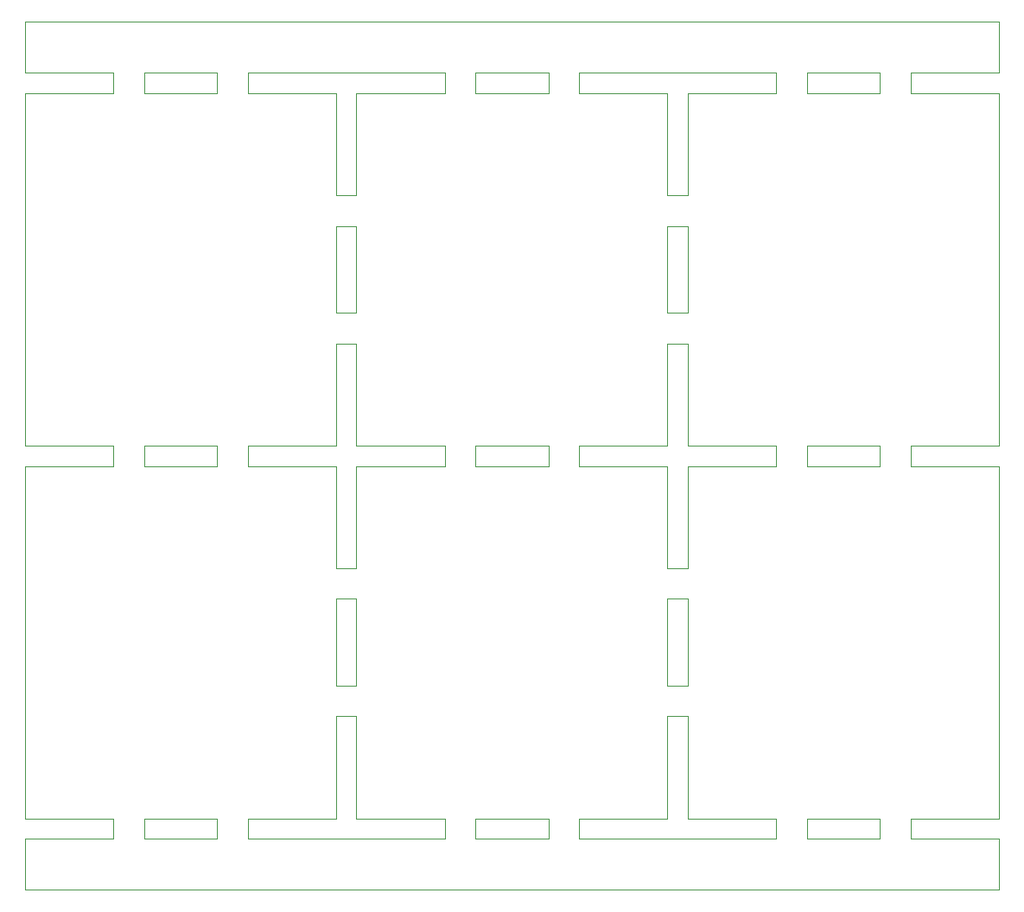
<source format=gbr>
%TF.GenerationSoftware,KiCad,Pcbnew,8.0.4*%
%TF.CreationDate,2024-08-17T22:53:07+02:00*%
%TF.ProjectId,,58585858-5858-4585-9858-585858585858,rev?*%
%TF.SameCoordinates,Original*%
%TF.FileFunction,Profile,NP*%
%FSLAX46Y46*%
G04 Gerber Fmt 4.6, Leading zero omitted, Abs format (unit mm)*
G04 Created by KiCad (PCBNEW 8.0.4) date 2024-08-17 22:53:07*
%MOMM*%
%LPD*%
G01*
G04 APERTURE LIST*
%TA.AperFunction,Profile*%
%ADD10C,0.100000*%
%TD*%
G04 APERTURE END LIST*
D10*
X132259000Y-73559166D02*
X131260000Y-73559166D01*
X163740000Y-88073833D02*
X164739000Y-88073833D01*
X132261000Y-40015166D02*
X133260000Y-40015166D01*
X122600000Y-100089500D02*
X122600000Y-98088500D01*
X152080000Y-98088500D02*
X152080000Y-100089500D01*
X144920000Y-27000500D02*
X144920000Y-25000000D01*
X141920000Y-98088500D02*
X141920000Y-100089500D01*
X131260000Y-61544500D02*
X131260000Y-51529833D01*
X152080000Y-62545500D02*
X152080000Y-63544500D01*
X177400000Y-62545500D02*
X177400000Y-62543500D01*
X132259000Y-51529833D02*
X132261000Y-51529833D01*
X155080000Y-62545500D02*
X155080000Y-62543500D01*
X100780000Y-25000000D02*
X109440000Y-25000000D01*
X141920000Y-62543500D02*
X141920000Y-62545500D01*
X132261000Y-48529833D02*
X132259000Y-48529833D01*
X141920000Y-63544500D02*
X133260000Y-63544500D01*
X133260000Y-63544500D02*
X133260000Y-73559166D01*
X112440000Y-100089500D02*
X112440000Y-98088500D01*
X177400000Y-63544500D02*
X177400000Y-62545500D01*
X164741000Y-40015166D02*
X165740000Y-40015166D01*
X187560000Y-25000000D02*
X196220000Y-25000000D01*
X132261000Y-88073833D02*
X133260000Y-88073833D01*
X144920000Y-98088500D02*
X152080000Y-98088500D01*
X164741000Y-37015166D02*
X164739000Y-37015166D01*
X164739000Y-37015166D02*
X163740000Y-37015166D01*
X164739000Y-40015166D02*
X164741000Y-40015166D01*
X165740000Y-76559166D02*
X165740000Y-85073833D01*
X132259000Y-40015166D02*
X132261000Y-40015166D01*
X163740000Y-48529833D02*
X163740000Y-40015166D01*
X187560000Y-62543500D02*
X187560000Y-61544500D01*
X133260000Y-88073833D02*
X133260000Y-98088500D01*
X184560000Y-62543500D02*
X184560000Y-62545500D01*
X122600000Y-63544500D02*
X122600000Y-62545500D01*
X174400000Y-98088500D02*
X174400000Y-100089500D01*
X187560000Y-100089500D02*
X187560000Y-98088500D01*
X196220000Y-25000000D02*
X196220000Y-20000000D01*
X109440000Y-100089500D02*
X100780000Y-100089500D01*
X131260000Y-27000500D02*
X122600000Y-27000500D01*
X133260000Y-48529833D02*
X132261000Y-48529833D01*
X163740000Y-63544500D02*
X155080000Y-63544500D01*
X132261000Y-51529833D02*
X133260000Y-51529833D01*
X131260000Y-63544500D02*
X122600000Y-63544500D01*
X131260000Y-85073833D02*
X131260000Y-76559166D01*
X184560000Y-98088500D02*
X184560000Y-100089500D01*
X119600000Y-27000500D02*
X112440000Y-27000500D01*
X165740000Y-88073833D02*
X165740000Y-98088500D01*
X163740000Y-27000500D02*
X155080000Y-27000500D01*
X100780000Y-100089500D02*
X100780000Y-105089500D01*
X109440000Y-98088500D02*
X109440000Y-100089500D01*
X109440000Y-61544500D02*
X109440000Y-62543500D01*
X164739000Y-73559166D02*
X163740000Y-73559166D01*
X174400000Y-62543500D02*
X174400000Y-62545500D01*
X164739000Y-76559166D02*
X164741000Y-76559166D01*
X164739000Y-88073833D02*
X164741000Y-88073833D01*
X196220000Y-98088500D02*
X196220000Y-63544500D01*
X196220000Y-63544500D02*
X187560000Y-63544500D01*
X164741000Y-85073833D02*
X164739000Y-85073833D01*
X184560000Y-61544500D02*
X184560000Y-62543500D01*
X164741000Y-88073833D02*
X165740000Y-88073833D01*
X100780000Y-61544500D02*
X109440000Y-61544500D01*
X141920000Y-25000000D02*
X141920000Y-27000500D01*
X177400000Y-27000500D02*
X177400000Y-25000000D01*
X163740000Y-76559166D02*
X164739000Y-76559166D01*
X196220000Y-105089500D02*
X196220000Y-100089500D01*
X152080000Y-100089500D02*
X144920000Y-100089500D01*
X119600000Y-61544500D02*
X119600000Y-62543500D01*
X144920000Y-63544500D02*
X144920000Y-62545500D01*
X119600000Y-25000000D02*
X119600000Y-27000500D01*
X155080000Y-62543500D02*
X155080000Y-61544500D01*
X122600000Y-62545500D02*
X122600000Y-62543500D01*
X132261000Y-73559166D02*
X132259000Y-73559166D01*
X184560000Y-63544500D02*
X177400000Y-63544500D01*
X187560000Y-98088500D02*
X196220000Y-98088500D01*
X174400000Y-25000000D02*
X174400000Y-27000500D01*
X132259000Y-48529833D02*
X131260000Y-48529833D01*
X165740000Y-98088500D02*
X174400000Y-98088500D01*
X174400000Y-61544500D02*
X174400000Y-62543500D01*
X174400000Y-100089500D02*
X155080000Y-100089500D01*
X152080000Y-27000500D02*
X144920000Y-27000500D01*
X141920000Y-62545500D02*
X141920000Y-63544500D01*
X131260000Y-73559166D02*
X131260000Y-63544500D01*
X174400000Y-62545500D02*
X174400000Y-63544500D01*
X187560000Y-63544500D02*
X187560000Y-62545500D01*
X100780000Y-105089500D02*
X196220000Y-105089500D01*
X144920000Y-62545500D02*
X144920000Y-62543500D01*
X133260000Y-27000500D02*
X133260000Y-37015166D01*
X112440000Y-27000500D02*
X112440000Y-25000000D01*
X165740000Y-51529833D02*
X165740000Y-61544500D01*
X184560000Y-25000000D02*
X184560000Y-27000500D01*
X155080000Y-63544500D02*
X155080000Y-62545500D01*
X132261000Y-85073833D02*
X132259000Y-85073833D01*
X177400000Y-100089500D02*
X177400000Y-98088500D01*
X119600000Y-62545500D02*
X119600000Y-63544500D01*
X177400000Y-61544500D02*
X184560000Y-61544500D01*
X155080000Y-61544500D02*
X163740000Y-61544500D01*
X177400000Y-62543500D02*
X177400000Y-61544500D01*
X163740000Y-51529833D02*
X164739000Y-51529833D01*
X184560000Y-100089500D02*
X177400000Y-100089500D01*
X109440000Y-62545500D02*
X109440000Y-63544500D01*
X131260000Y-37015166D02*
X131260000Y-27000500D01*
X131260000Y-40015166D02*
X132259000Y-40015166D01*
X132259000Y-88073833D02*
X132261000Y-88073833D01*
X174400000Y-27000500D02*
X165740000Y-27000500D01*
X131260000Y-76559166D02*
X132259000Y-76559166D01*
X112440000Y-98088500D02*
X119600000Y-98088500D01*
X133260000Y-37015166D02*
X132261000Y-37015166D01*
X144920000Y-25000000D02*
X152080000Y-25000000D01*
X131260000Y-48529833D02*
X131260000Y-40015166D01*
X100780000Y-63544500D02*
X100780000Y-98088500D01*
X122600000Y-98088500D02*
X131260000Y-98088500D01*
X109440000Y-27000500D02*
X100780000Y-27000500D01*
X132259000Y-85073833D02*
X131260000Y-85073833D01*
X144920000Y-61544500D02*
X152080000Y-61544500D01*
X152080000Y-62543500D02*
X152080000Y-62545500D01*
X164741000Y-48529833D02*
X164739000Y-48529833D01*
X187560000Y-62545500D02*
X187560000Y-62543500D01*
X112440000Y-62543500D02*
X112440000Y-61544500D01*
X165740000Y-40015166D02*
X165740000Y-48529833D01*
X165740000Y-73559166D02*
X164741000Y-73559166D01*
X196220000Y-27000500D02*
X187560000Y-27000500D01*
X152080000Y-25000000D02*
X152080000Y-27000500D01*
X133260000Y-98088500D02*
X141920000Y-98088500D01*
X109440000Y-62543500D02*
X109440000Y-62545500D01*
X144920000Y-100089500D02*
X144920000Y-98088500D01*
X164739000Y-85073833D02*
X163740000Y-85073833D01*
X165740000Y-85073833D02*
X164741000Y-85073833D01*
X133260000Y-51529833D02*
X133260000Y-61544500D01*
X177400000Y-25000000D02*
X184560000Y-25000000D01*
X100780000Y-20000000D02*
X100780000Y-25000000D01*
X164739000Y-48529833D02*
X163740000Y-48529833D01*
X133260000Y-76559166D02*
X133260000Y-85073833D01*
X163740000Y-73559166D02*
X163740000Y-63544500D01*
X100780000Y-98088500D02*
X109440000Y-98088500D01*
X122600000Y-25000000D02*
X141920000Y-25000000D01*
X131260000Y-51529833D02*
X132259000Y-51529833D01*
X177400000Y-98088500D02*
X184560000Y-98088500D01*
X187560000Y-61544500D02*
X196220000Y-61544500D01*
X119600000Y-100089500D02*
X112440000Y-100089500D01*
X119600000Y-98088500D02*
X119600000Y-100089500D01*
X132261000Y-37015166D02*
X132259000Y-37015166D01*
X164741000Y-73559166D02*
X164739000Y-73559166D01*
X196220000Y-100089500D02*
X187560000Y-100089500D01*
X141920000Y-61544500D02*
X141920000Y-62543500D01*
X155080000Y-27000500D02*
X155080000Y-25000000D01*
X112440000Y-62545500D02*
X112440000Y-62543500D01*
X119600000Y-63544500D02*
X112440000Y-63544500D01*
X112440000Y-25000000D02*
X119600000Y-25000000D01*
X196220000Y-61544500D02*
X196220000Y-27000500D01*
X109440000Y-25000000D02*
X109440000Y-27000500D01*
X133260000Y-40015166D02*
X133260000Y-48529833D01*
X131260000Y-98088500D02*
X131260000Y-88073833D01*
X141920000Y-27000500D02*
X133260000Y-27000500D01*
X132261000Y-76559166D02*
X133260000Y-76559166D01*
X122600000Y-61544500D02*
X131260000Y-61544500D01*
X122600000Y-27000500D02*
X122600000Y-25000000D01*
X109440000Y-63544500D02*
X100780000Y-63544500D01*
X165740000Y-48529833D02*
X164741000Y-48529833D01*
X131260000Y-88073833D02*
X132259000Y-88073833D01*
X133260000Y-61544500D02*
X141920000Y-61544500D01*
X184560000Y-62545500D02*
X184560000Y-63544500D01*
X196220000Y-20000000D02*
X100780000Y-20000000D01*
X155080000Y-25000000D02*
X174400000Y-25000000D01*
X163740000Y-37015166D02*
X163740000Y-27000500D01*
X165740000Y-61544500D02*
X174400000Y-61544500D01*
X164739000Y-51529833D02*
X164741000Y-51529833D01*
X112440000Y-61544500D02*
X119600000Y-61544500D01*
X141920000Y-100089500D02*
X122600000Y-100089500D01*
X152080000Y-61544500D02*
X152080000Y-62543500D01*
X163740000Y-61544500D02*
X163740000Y-51529833D01*
X122600000Y-62543500D02*
X122600000Y-61544500D01*
X165740000Y-63544500D02*
X165740000Y-73559166D01*
X165740000Y-27000500D02*
X165740000Y-37015166D01*
X144920000Y-62543500D02*
X144920000Y-61544500D01*
X133260000Y-73559166D02*
X132261000Y-73559166D01*
X164741000Y-51529833D02*
X165740000Y-51529833D01*
X100780000Y-27000500D02*
X100780000Y-61544500D01*
X155080000Y-98088500D02*
X163740000Y-98088500D01*
X133260000Y-85073833D02*
X132261000Y-85073833D01*
X163740000Y-40015166D02*
X164739000Y-40015166D01*
X165740000Y-37015166D02*
X164741000Y-37015166D01*
X132259000Y-37015166D02*
X131260000Y-37015166D01*
X163740000Y-85073833D02*
X163740000Y-76559166D01*
X164741000Y-76559166D02*
X165740000Y-76559166D01*
X112440000Y-63544500D02*
X112440000Y-62545500D01*
X132259000Y-76559166D02*
X132261000Y-76559166D01*
X187560000Y-27000500D02*
X187560000Y-25000000D01*
X119600000Y-62543500D02*
X119600000Y-62545500D01*
X163740000Y-98088500D02*
X163740000Y-88073833D01*
X174400000Y-63544500D02*
X165740000Y-63544500D01*
X152080000Y-63544500D02*
X144920000Y-63544500D01*
X184560000Y-27000500D02*
X177400000Y-27000500D01*
X155080000Y-100089500D02*
X155080000Y-98088500D01*
M02*

</source>
